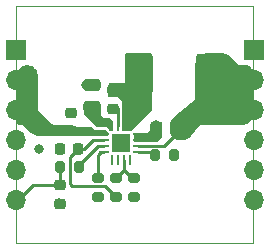
<source format=gbr>
G04 #@! TF.GenerationSoftware,KiCad,Pcbnew,(5.99.0-11522-g728b160719)*
G04 #@! TF.CreationDate,2021-08-02T20:46:47+10:00*
G04 #@! TF.ProjectId,Battery charger,42617474-6572-4792-9063-686172676572,0.2*
G04 #@! TF.SameCoordinates,Original*
G04 #@! TF.FileFunction,Copper,L1,Top*
G04 #@! TF.FilePolarity,Positive*
%FSLAX46Y46*%
G04 Gerber Fmt 4.6, Leading zero omitted, Abs format (unit mm)*
G04 Created by KiCad (PCBNEW (5.99.0-11522-g728b160719)) date 2021-08-02 20:46:47*
%MOMM*%
%LPD*%
G01*
G04 APERTURE LIST*
G04 Aperture macros list*
%AMRoundRect*
0 Rectangle with rounded corners*
0 $1 Rounding radius*
0 $2 $3 $4 $5 $6 $7 $8 $9 X,Y pos of 4 corners*
0 Add a 4 corners polygon primitive as box body*
4,1,4,$2,$3,$4,$5,$6,$7,$8,$9,$2,$3,0*
0 Add four circle primitives for the rounded corners*
1,1,$1+$1,$2,$3*
1,1,$1+$1,$4,$5*
1,1,$1+$1,$6,$7*
1,1,$1+$1,$8,$9*
0 Add four rect primitives between the rounded corners*
20,1,$1+$1,$2,$3,$4,$5,0*
20,1,$1+$1,$4,$5,$6,$7,0*
20,1,$1+$1,$6,$7,$8,$9,0*
20,1,$1+$1,$8,$9,$2,$3,0*%
G04 Aperture macros list end*
G04 #@! TA.AperFunction,Profile*
%ADD10C,0.100000*%
G04 #@! TD*
G04 #@! TA.AperFunction,SMDPad,CuDef*
%ADD11RoundRect,0.250000X0.250000X0.475000X-0.250000X0.475000X-0.250000X-0.475000X0.250000X-0.475000X0*%
G04 #@! TD*
G04 #@! TA.AperFunction,SMDPad,CuDef*
%ADD12RoundRect,0.225000X0.250000X-0.225000X0.250000X0.225000X-0.250000X0.225000X-0.250000X-0.225000X0*%
G04 #@! TD*
G04 #@! TA.AperFunction,ComponentPad*
%ADD13R,1.700000X1.700000*%
G04 #@! TD*
G04 #@! TA.AperFunction,ComponentPad*
%ADD14O,1.700000X1.700000*%
G04 #@! TD*
G04 #@! TA.AperFunction,SMDPad,CuDef*
%ADD15RoundRect,0.250000X0.475000X-0.250000X0.475000X0.250000X-0.475000X0.250000X-0.475000X-0.250000X0*%
G04 #@! TD*
G04 #@! TA.AperFunction,SMDPad,CuDef*
%ADD16RoundRect,0.200000X0.275000X-0.200000X0.275000X0.200000X-0.275000X0.200000X-0.275000X-0.200000X0*%
G04 #@! TD*
G04 #@! TA.AperFunction,SMDPad,CuDef*
%ADD17RoundRect,0.218750X-0.256250X0.218750X-0.256250X-0.218750X0.256250X-0.218750X0.256250X0.218750X0*%
G04 #@! TD*
G04 #@! TA.AperFunction,SMDPad,CuDef*
%ADD18RoundRect,0.200000X-0.200000X-0.275000X0.200000X-0.275000X0.200000X0.275000X-0.200000X0.275000X0*%
G04 #@! TD*
G04 #@! TA.AperFunction,SMDPad,CuDef*
%ADD19RoundRect,0.200000X-0.275000X0.200000X-0.275000X-0.200000X0.275000X-0.200000X0.275000X0.200000X0*%
G04 #@! TD*
G04 #@! TA.AperFunction,SMDPad,CuDef*
%ADD20RoundRect,0.062500X-0.375000X-0.062500X0.375000X-0.062500X0.375000X0.062500X-0.375000X0.062500X0*%
G04 #@! TD*
G04 #@! TA.AperFunction,SMDPad,CuDef*
%ADD21RoundRect,0.062500X-0.062500X-0.375000X0.062500X-0.375000X0.062500X0.375000X-0.062500X0.375000X0*%
G04 #@! TD*
G04 #@! TA.AperFunction,SMDPad,CuDef*
%ADD22R,1.600000X1.600000*%
G04 #@! TD*
G04 #@! TA.AperFunction,SMDPad,CuDef*
%ADD23RoundRect,0.225000X-0.225000X-0.250000X0.225000X-0.250000X0.225000X0.250000X-0.225000X0.250000X0*%
G04 #@! TD*
G04 #@! TA.AperFunction,SMDPad,CuDef*
%ADD24RoundRect,0.235000X-0.940000X-1.465000X0.940000X-1.465000X0.940000X1.465000X-0.940000X1.465000X0*%
G04 #@! TD*
G04 #@! TA.AperFunction,ViaPad*
%ADD25C,0.800000*%
G04 #@! TD*
G04 #@! TA.AperFunction,Conductor*
%ADD26C,0.250000*%
G04 #@! TD*
G04 APERTURE END LIST*
D10*
X113259000Y-76048000D02*
X93193000Y-76048000D01*
X93193000Y-76048000D02*
X93193000Y-55982000D01*
X93193000Y-55982000D02*
X113259000Y-55982000D01*
X113259000Y-55982000D02*
X113259000Y-76048000D01*
D11*
G04 #@! TO.P,C5,1*
G04 #@! TO.N,+BATT*
X106929000Y-66548000D03*
G04 #@! TO.P,C5,2*
G04 #@! TO.N,GND*
X105029000Y-66548000D03*
G04 #@! TD*
D12*
G04 #@! TO.P,C4,1*
G04 #@! TO.N,Net-(C4-Pad1)*
X101346000Y-64643000D03*
G04 #@! TO.P,C4,2*
G04 #@! TO.N,Net-(C4-Pad2)*
X101346000Y-63093000D03*
G04 #@! TD*
D13*
G04 #@! TO.P,J1,1,Pin_1*
G04 #@! TO.N,N/C*
X93193000Y-59690000D03*
D14*
G04 #@! TO.P,J1,2,Pin_2*
G04 #@! TO.N,VBUS*
X93193000Y-62230000D03*
G04 #@! TO.P,J1,3,Pin_3*
X93193000Y-64770000D03*
G04 #@! TO.P,J1,4,Pin_4*
G04 #@! TO.N,GND*
X93193000Y-67310000D03*
G04 #@! TO.P,J1,5,Pin_5*
X93193000Y-69850000D03*
G04 #@! TO.P,J1,6,Pin_6*
G04 #@! TO.N,/STAT*
X93193000Y-72390000D03*
G04 #@! TD*
D12*
G04 #@! TO.P,C2,1*
G04 #@! TO.N,VBUS*
X97790000Y-66548000D03*
G04 #@! TO.P,C2,2*
G04 #@! TO.N,GND*
X97790000Y-64998000D03*
G04 #@! TD*
D15*
G04 #@! TO.P,C3,1*
G04 #@! TO.N,Net-(C3-Pad1)*
X99568000Y-64516000D03*
G04 #@! TO.P,C3,2*
G04 #@! TO.N,GND*
X99568000Y-62616000D03*
G04 #@! TD*
D16*
G04 #@! TO.P,R3,1*
G04 #@! TO.N,/REGN*
X101600000Y-72135000D03*
G04 #@! TO.P,R3,2*
G04 #@! TO.N,Net-(R3-Pad2)*
X101600000Y-70485000D03*
G04 #@! TD*
D17*
G04 #@! TO.P,D1,1,K*
G04 #@! TO.N,/STAT*
X96838000Y-71094500D03*
G04 #@! TO.P,D1,2,A*
G04 #@! TO.N,GND*
X96838000Y-72669500D03*
G04 #@! TD*
D13*
G04 #@! TO.P,J2,1,Pin_1*
G04 #@! TO.N,N/C*
X113284000Y-59690000D03*
D14*
G04 #@! TO.P,J2,2,Pin_2*
G04 #@! TO.N,+BATT*
X113284000Y-62230000D03*
G04 #@! TO.P,J2,3,Pin_3*
X113284000Y-64770000D03*
G04 #@! TO.P,J2,4,Pin_4*
G04 #@! TO.N,GND*
X113284000Y-67310000D03*
G04 #@! TO.P,J2,5,Pin_5*
X113284000Y-69850000D03*
G04 #@! TO.P,J2,6,Pin_6*
G04 #@! TO.N,N/C*
X113284000Y-72390000D03*
G04 #@! TD*
D18*
G04 #@! TO.P,R1,1*
G04 #@! TO.N,/STAT*
X96838000Y-69596000D03*
G04 #@! TO.P,R1,2*
G04 #@! TO.N,Net-(R1-Pad2)*
X98488000Y-69596000D03*
G04 #@! TD*
D19*
G04 #@! TO.P,R4,1*
G04 #@! TO.N,Net-(R3-Pad2)*
X103124000Y-70486000D03*
G04 #@! TO.P,R4,2*
G04 #@! TO.N,GND*
X103124000Y-72136000D03*
G04 #@! TD*
D20*
G04 #@! TO.P,U1,1,VBUS*
G04 #@! TO.N,VBUS*
X100592500Y-66807000D03*
G04 #@! TO.P,U1,2,REGN*
G04 #@! TO.N,/REGN*
X100592500Y-67307000D03*
G04 #@! TO.P,U1,3,STAT*
G04 #@! TO.N,Net-(R1-Pad2)*
X100592500Y-67807000D03*
G04 #@! TO.P,U1,4,ICHG*
G04 #@! TO.N,Net-(R2-Pad2)*
X100592500Y-68307000D03*
D21*
G04 #@! TO.P,U1,5,POL*
G04 #@! TO.N,N/C*
X101280000Y-68994500D03*
G04 #@! TO.P,U1,6,~{EN}*
X101780000Y-68994500D03*
G04 #@! TO.P,U1,7,TS*
G04 #@! TO.N,Net-(R3-Pad2)*
X102280000Y-68994500D03*
G04 #@! TO.P,U1,8,NC*
G04 #@! TO.N,N/C*
X102780000Y-68994500D03*
D20*
G04 #@! TO.P,U1,9,VSET*
G04 #@! TO.N,Net-(R5-Pad1)*
X103467500Y-68307000D03*
G04 #@! TO.P,U1,10,BAT*
G04 #@! TO.N,+BATT*
X103467500Y-67807000D03*
G04 #@! TO.P,U1,11,GND*
G04 #@! TO.N,GND*
X103467500Y-67307000D03*
G04 #@! TO.P,U1,12,GND*
X103467500Y-66807000D03*
D21*
G04 #@! TO.P,U1,13,SW*
G04 #@! TO.N,Net-(C4-Pad2)*
X102780000Y-66119500D03*
G04 #@! TO.P,U1,14,SW*
X102280000Y-66119500D03*
G04 #@! TO.P,U1,15,BTST*
G04 #@! TO.N,Net-(C4-Pad1)*
X101780000Y-66119500D03*
G04 #@! TO.P,U1,16,PMID*
G04 #@! TO.N,Net-(C3-Pad1)*
X101280000Y-66119500D03*
D22*
G04 #@! TO.P,U1,17,Thermal_Pad*
G04 #@! TO.N,GND*
X102030000Y-67557000D03*
G04 #@! TD*
D23*
G04 #@! TO.P,C1,1*
G04 #@! TO.N,GND*
X96875000Y-68072000D03*
G04 #@! TO.P,C1,2*
G04 #@! TO.N,/REGN*
X98425000Y-68072000D03*
G04 #@! TD*
D18*
G04 #@! TO.P,R5,1*
G04 #@! TO.N,Net-(R5-Pad1)*
X104902000Y-68580000D03*
G04 #@! TO.P,R5,2*
G04 #@! TO.N,GND*
X106552000Y-68580000D03*
G04 #@! TD*
D24*
G04 #@! TO.P,L1,1*
G04 #@! TO.N,Net-(C4-Pad2)*
X103551000Y-61722000D03*
G04 #@! TO.P,L1,2*
G04 #@! TO.N,+BATT*
X109601000Y-61722000D03*
G04 #@! TD*
D16*
G04 #@! TO.P,R2,1*
G04 #@! TO.N,GND*
X100076000Y-72135000D03*
G04 #@! TO.P,R2,2*
G04 #@! TO.N,Net-(R2-Pad2)*
X100076000Y-70485000D03*
G04 #@! TD*
D25*
G04 #@! TO.N,GND*
X96774000Y-72644000D03*
X100076000Y-72135010D03*
X99060000Y-62611000D03*
X97790000Y-65024000D03*
X103124000Y-72136000D03*
X105029000Y-66802000D03*
X101727000Y-67818000D03*
X106553000Y-68580000D03*
X96901000Y-68072000D03*
X102362000Y-67183000D03*
X95123000Y-68072000D03*
X105029000Y-66040000D03*
X99949000Y-62611000D03*
G04 #@! TD*
D26*
G04 #@! TO.N,GND*
X99065000Y-62616000D02*
X99060000Y-62611000D01*
X102030000Y-67515000D02*
X102362000Y-67183000D01*
X99568000Y-62616000D02*
X99944000Y-62616000D01*
X102030000Y-67557000D02*
X101988000Y-67557000D01*
X97790000Y-64998000D02*
X97790000Y-65024000D01*
X99944000Y-62616000D02*
X99949000Y-62611000D01*
X96875000Y-68072000D02*
X96901000Y-68072000D01*
X96799500Y-72669500D02*
X96774000Y-72644000D01*
X96838000Y-72669500D02*
X96799500Y-72669500D01*
X100076000Y-72135000D02*
X100076000Y-72135010D01*
X105029000Y-66548000D02*
X105029000Y-66040000D01*
X106552000Y-68580000D02*
X106553000Y-68580000D01*
X99568000Y-62616000D02*
X99065000Y-62616000D01*
X105029000Y-66548000D02*
X105029000Y-66802000D01*
X101988000Y-67557000D02*
X101727000Y-67818000D01*
X102030000Y-67557000D02*
X102030000Y-67515000D01*
G04 #@! TO.N,/REGN*
X100674520Y-71209520D02*
X97933030Y-71209520D01*
X99698000Y-67307000D02*
X100592500Y-67307000D01*
X97762980Y-71039470D02*
X97762980Y-68734020D01*
X97933030Y-71209520D02*
X97762980Y-71039470D01*
X97762980Y-68734020D02*
X98425000Y-68072000D01*
X98425000Y-68072000D02*
X98933000Y-68072000D01*
X101600000Y-72135000D02*
X100674520Y-71209520D01*
X98933000Y-68072000D02*
X99698000Y-67307000D01*
G04 #@! TO.N,Net-(C4-Pad1)*
X101346000Y-64643000D02*
X101600000Y-64389000D01*
X101600000Y-64389000D02*
X101780000Y-64569000D01*
X101780000Y-64569000D02*
X101780000Y-66119500D01*
G04 #@! TO.N,+BATT*
X105697020Y-67779980D02*
X106929000Y-66548000D01*
X103467500Y-67807000D02*
X103494520Y-67779980D01*
X103494520Y-67779980D02*
X105697020Y-67779980D01*
G04 #@! TO.N,/STAT*
X96838000Y-69596000D02*
X96838000Y-71094500D01*
X94613520Y-71094500D02*
X93318020Y-72390000D01*
X96838000Y-71094500D02*
X94613520Y-71094500D01*
G04 #@! TO.N,Net-(R1-Pad2)*
X98488000Y-69596000D02*
X98488000Y-69425964D01*
X100095964Y-67818000D02*
X100581500Y-67818000D01*
X98488000Y-69425964D02*
X100095964Y-67818000D01*
X100581500Y-67818000D02*
X100592500Y-67807000D01*
G04 #@! TO.N,Net-(R2-Pad2)*
X100076000Y-68580000D02*
X100076000Y-70485000D01*
X100349000Y-68307000D02*
X100076000Y-68580000D01*
X100592500Y-68307000D02*
X100349000Y-68307000D01*
X100076000Y-68580000D02*
X100076000Y-68823500D01*
G04 #@! TO.N,Net-(R3-Pad2)*
X102280000Y-69805000D02*
X102280000Y-68994500D01*
X101600000Y-70485000D02*
X102280000Y-69805000D01*
X103124000Y-70486000D02*
X102961000Y-70486000D01*
X102961000Y-70486000D02*
X102280000Y-69805000D01*
G04 #@! TO.N,Net-(R5-Pad1)*
X104629000Y-68307000D02*
X104902000Y-68580000D01*
X103467500Y-68307000D02*
X104629000Y-68307000D01*
G04 #@! TD*
G04 #@! TA.AperFunction,Conductor*
G04 #@! TO.N,Net-(C3-Pad1)*
G36*
X100272121Y-64409002D02*
G01*
X100318614Y-64462658D01*
X100330000Y-64515000D01*
X100330000Y-65151000D01*
X100584000Y-65405000D01*
X101039810Y-65405000D01*
X101107931Y-65425002D01*
X101128905Y-65441905D01*
X101309095Y-65622095D01*
X101343121Y-65684407D01*
X101346000Y-65711190D01*
X101346000Y-66422000D01*
X101325998Y-66490121D01*
X101272342Y-66536614D01*
X101220000Y-66548000D01*
X101185025Y-66548000D01*
X101115024Y-66526765D01*
X101070118Y-66496760D01*
X101072644Y-66492979D01*
X101034328Y-66461492D01*
X100848049Y-66182074D01*
X100838000Y-66167000D01*
X100001190Y-66167000D01*
X99933069Y-66146998D01*
X99912095Y-66130095D01*
X98969905Y-65187905D01*
X98935879Y-65125593D01*
X98933000Y-65098810D01*
X98933000Y-64515000D01*
X98953002Y-64446879D01*
X99006658Y-64400386D01*
X99059000Y-64389000D01*
X100204000Y-64389000D01*
X100272121Y-64409002D01*
G37*
G04 #@! TD.AperFunction*
G04 #@! TD*
G04 #@! TA.AperFunction,Conductor*
G04 #@! TO.N,VBUS*
G36*
X99583931Y-66187002D02*
G01*
X99604905Y-66203905D01*
X99822000Y-66421000D01*
X100658810Y-66421000D01*
X100726931Y-66441002D01*
X100747905Y-66457905D01*
X100928095Y-66638095D01*
X100962121Y-66700407D01*
X100965000Y-66727190D01*
X100965000Y-66803000D01*
X100944998Y-66871121D01*
X100891342Y-66917614D01*
X100839000Y-66929000D01*
X97282000Y-66929000D01*
X97282000Y-66167000D01*
X99515810Y-66167000D01*
X99583931Y-66187002D01*
G37*
G04 #@! TD.AperFunction*
G04 #@! TD*
G04 #@! TA.AperFunction,Conductor*
G04 #@! TO.N,VBUS*
G36*
X94216879Y-60973788D02*
G01*
X94280997Y-60981013D01*
X94308505Y-60987292D01*
X94472248Y-61044589D01*
X94497668Y-61056831D01*
X94644557Y-61149127D01*
X94666616Y-61166719D01*
X94789281Y-61289384D01*
X94806873Y-61311443D01*
X94899169Y-61458332D01*
X94911411Y-61483752D01*
X94968708Y-61647495D01*
X94974987Y-61675004D01*
X94995208Y-61854471D01*
X94996000Y-61868578D01*
X94996000Y-64770000D01*
X96139000Y-65913000D01*
X96520000Y-66040000D01*
X97941787Y-66040000D01*
X97966367Y-66042421D01*
X97993358Y-66047790D01*
X98012582Y-66051613D01*
X98058002Y-66070427D01*
X98107500Y-66103500D01*
X98171000Y-66167000D01*
X98171000Y-66929000D01*
X95131383Y-66929000D01*
X95119863Y-66928472D01*
X95051706Y-66922213D01*
X94955007Y-66913333D01*
X94932348Y-66909136D01*
X94778583Y-66865797D01*
X94757075Y-66857547D01*
X94613766Y-66786924D01*
X94594124Y-66774895D01*
X94461432Y-66675890D01*
X94452512Y-66668576D01*
X93927080Y-66195893D01*
X93927079Y-66195893D01*
X93726000Y-66015000D01*
X93460561Y-66019355D01*
X93454943Y-66018533D01*
X93382761Y-66005249D01*
X93336642Y-65986807D01*
X93292530Y-65957982D01*
X93257121Y-65923150D01*
X93227574Y-65879513D01*
X93208379Y-65833703D01*
X93204813Y-65815964D01*
X93195472Y-65769502D01*
X93193000Y-65744669D01*
X93193000Y-61868578D01*
X93193792Y-61854471D01*
X93214013Y-61675004D01*
X93220292Y-61647495D01*
X93277589Y-61483752D01*
X93289831Y-61458332D01*
X93382127Y-61311443D01*
X93399719Y-61289384D01*
X93522384Y-61166719D01*
X93544443Y-61149127D01*
X93691332Y-61056831D01*
X93716752Y-61044589D01*
X93880495Y-60987292D01*
X93908003Y-60981013D01*
X93972121Y-60973788D01*
X94080397Y-60961589D01*
X94108603Y-60961589D01*
X94216879Y-60973788D01*
G37*
G04 #@! TD.AperFunction*
G04 #@! TD*
G04 #@! TA.AperFunction,Conductor*
G04 #@! TO.N,+BATT*
G36*
X110589949Y-59944607D02*
G01*
X110766527Y-59961999D01*
X110790744Y-59966815D01*
X110954596Y-60016518D01*
X110977416Y-60025971D01*
X111128412Y-60106680D01*
X111148950Y-60120403D01*
X111286114Y-60232971D01*
X111295275Y-60241275D01*
X112014000Y-60960000D01*
X112628242Y-60960000D01*
X112644688Y-60961078D01*
X112781168Y-60979046D01*
X112812940Y-60987559D01*
X112932426Y-61037052D01*
X112960909Y-61053496D01*
X113063518Y-61132231D01*
X113086769Y-61155482D01*
X113165504Y-61258091D01*
X113181948Y-61286574D01*
X113231441Y-61406060D01*
X113239954Y-61437832D01*
X113257922Y-61574312D01*
X113259000Y-61590758D01*
X113259000Y-65033813D01*
X113258393Y-65046163D01*
X113241002Y-65222737D01*
X113236185Y-65246957D01*
X113202200Y-65358994D01*
X113186482Y-65410809D01*
X113177029Y-65433629D01*
X113132628Y-65516699D01*
X113096319Y-65584628D01*
X113082601Y-65605158D01*
X112973974Y-65737521D01*
X112956521Y-65754974D01*
X112824158Y-65863601D01*
X112803631Y-65877317D01*
X112712363Y-65926101D01*
X112652629Y-65958029D01*
X112629810Y-65967482D01*
X112465957Y-66017185D01*
X112441740Y-66022001D01*
X112265163Y-66039393D01*
X112252813Y-66040000D01*
X108712000Y-66040000D01*
X108000646Y-66929193D01*
X107991248Y-66939677D01*
X107907601Y-67023099D01*
X107847994Y-67082545D01*
X107825952Y-67100081D01*
X107660570Y-67203775D01*
X107635184Y-67215976D01*
X107450899Y-67280341D01*
X107423435Y-67286598D01*
X107247383Y-67306400D01*
X107222417Y-67309208D01*
X107222399Y-67309210D01*
X107208316Y-67310000D01*
X106941079Y-67310000D01*
X106926971Y-67309208D01*
X106778543Y-67292484D01*
X106751037Y-67286206D01*
X106616784Y-67239228D01*
X106591365Y-67226987D01*
X106470918Y-67151306D01*
X106448858Y-67133713D01*
X106348287Y-67033142D01*
X106330694Y-67011082D01*
X106255013Y-66890635D01*
X106242772Y-66865216D01*
X106195795Y-66730965D01*
X106189516Y-66703457D01*
X106172792Y-66555029D01*
X106172000Y-66540921D01*
X106172000Y-66137874D01*
X106172765Y-66124012D01*
X106194671Y-65926101D01*
X106200733Y-65899051D01*
X106263119Y-65717328D01*
X106274951Y-65692256D01*
X106375568Y-65528577D01*
X106392591Y-65506705D01*
X106485885Y-65410809D01*
X106531448Y-65363975D01*
X106541661Y-65354574D01*
X107964028Y-64183213D01*
X107964036Y-64183206D01*
X108331000Y-63881000D01*
X108331000Y-60950187D01*
X108331607Y-60937837D01*
X108336745Y-60885675D01*
X108348999Y-60761260D01*
X108353815Y-60737043D01*
X108403518Y-60573190D01*
X108412971Y-60550371D01*
X108493681Y-60399372D01*
X108507399Y-60378842D01*
X108616026Y-60246479D01*
X108633479Y-60229026D01*
X108765842Y-60120399D01*
X108786369Y-60106683D01*
X108937371Y-60025971D01*
X108960191Y-60016518D01*
X109124043Y-59966815D01*
X109148260Y-59961999D01*
X109324837Y-59944607D01*
X109337187Y-59944000D01*
X110577599Y-59944000D01*
X110589949Y-59944607D01*
G37*
G04 #@! TD.AperFunction*
G04 #@! TD*
G04 #@! TA.AperFunction,Conductor*
G04 #@! TO.N,Net-(C4-Pad2)*
G36*
X104590121Y-59964002D02*
G01*
X104636614Y-60017658D01*
X104648000Y-60070000D01*
X104648000Y-64717810D01*
X104627998Y-64785931D01*
X104611095Y-64806905D01*
X102906905Y-66511095D01*
X102844593Y-66545121D01*
X102817810Y-66548000D01*
X102234000Y-66548000D01*
X102165879Y-66527998D01*
X102119386Y-66474342D01*
X102108000Y-66422000D01*
X102108000Y-64560124D01*
X102108361Y-64551859D01*
X102108302Y-64551180D01*
X102109263Y-64540193D01*
X102109198Y-64539949D01*
X102110096Y-64535480D01*
X102108000Y-64535480D01*
X102108000Y-64008000D01*
X101727000Y-63627000D01*
X101091000Y-63627000D01*
X101022879Y-63606998D01*
X100976386Y-63553342D01*
X100965000Y-63501000D01*
X100965000Y-62610000D01*
X100985002Y-62541879D01*
X101038658Y-62495386D01*
X101091000Y-62484000D01*
X102362000Y-62484000D01*
X102362000Y-60070000D01*
X102382002Y-60001879D01*
X102435658Y-59955386D01*
X102488000Y-59944000D01*
X104522000Y-59944000D01*
X104590121Y-59964002D01*
G37*
G04 #@! TD.AperFunction*
G04 #@! TD*
G04 #@! TA.AperFunction,Conductor*
G04 #@! TO.N,GND*
G36*
X105479121Y-65806002D02*
G01*
X105525614Y-65859658D01*
X105537000Y-65912000D01*
X105537000Y-67003810D01*
X105516998Y-67071931D01*
X105500095Y-67092905D01*
X105192905Y-67400095D01*
X105130593Y-67434121D01*
X105103810Y-67437000D01*
X103250000Y-67437000D01*
X103181879Y-67416998D01*
X103135386Y-67363342D01*
X103124000Y-67311000D01*
X103124000Y-66801000D01*
X103144002Y-66732879D01*
X103197658Y-66686386D01*
X103250000Y-66675000D01*
X104267000Y-66675000D01*
X104521000Y-66421000D01*
X104521000Y-65912000D01*
X104541002Y-65843879D01*
X104594658Y-65797386D01*
X104647000Y-65786000D01*
X105411000Y-65786000D01*
X105479121Y-65806002D01*
G37*
G04 #@! TD.AperFunction*
G04 #@! TD*
M02*

</source>
